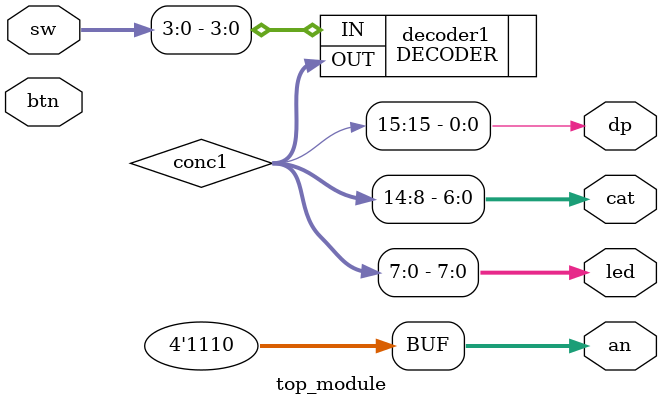
<source format=v>
`timescale 1ns / 1ps

module top_module(
    input  [7:0]sw,
    input  [3:0]btn,
    output [7:0]led,
    output [6:0]cat,
    output [3:0]an,
    output dp
    );
    //DECODER
    wire [15:0]conc1;
    DECODER decoder1(
                    .IN(sw[3:0]),
                    .OUT(conc1)
                    );
    assign {dp,cat,led} = conc1;
    assign an = 4'b1110;  
    //ENCODER
//    ENCODER_PRIMITIVE encoder1(
//                           .IN(sw[3:0]),
//                           .OUT(led[1:0]),
//                           .V(led[7])
//                           );                  
//    ENCODER_CASE encoder2(
//                         .IN(sw[3:0]),
//                         .OUT(led[1:0]),
//                         .V(led[7])
//                         ); 
    //MUX
//MUX_ASSIGN mux1(
//               .D(sw[3:0]),
//               .S(btn[1:0]),
//               .O(led[0])
//               ); 
//MUX_CASE mux2(
//              .D(sw[3:0]),
//              .S(btn[1:0]),
//              .O(led[0])
//              );    
    //DEMUX
//DEMUX demux1(
//            .D(sw[0]),
//            .S(btn[1:0]),
//            .O(led[3:0])
//            );
endmodule

</source>
